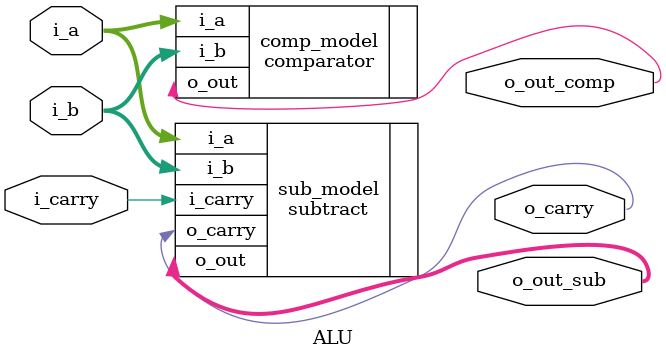
<source format=sv>
`include "subtract.sv"
`include "comparator.sv"

module ALU(i_a, i_b, i_carry, o_out_sub, o_carry, o_out_comp);

    parameter BITS = 8;
    input logic [BITS-1:0] i_a;
    input logic [BITS-1:0] i_b;
    input logic i_carry;
    output logic [BITS-1:0] o_out_sub;
    output logic o_out_comp;
    output logic o_carry;

    subtract     #(.N(BITS))   sub_model    (.i_a(i_a), .i_b(i_b), .i_carry(i_carry), .o_out(o_out_sub), .o_carry(o_carry));
    comparator     #(.N(BITS))   comp_model    (.i_a(i_a), .i_b(i_b), .o_out(o_out_comp));


endmodule
</source>
